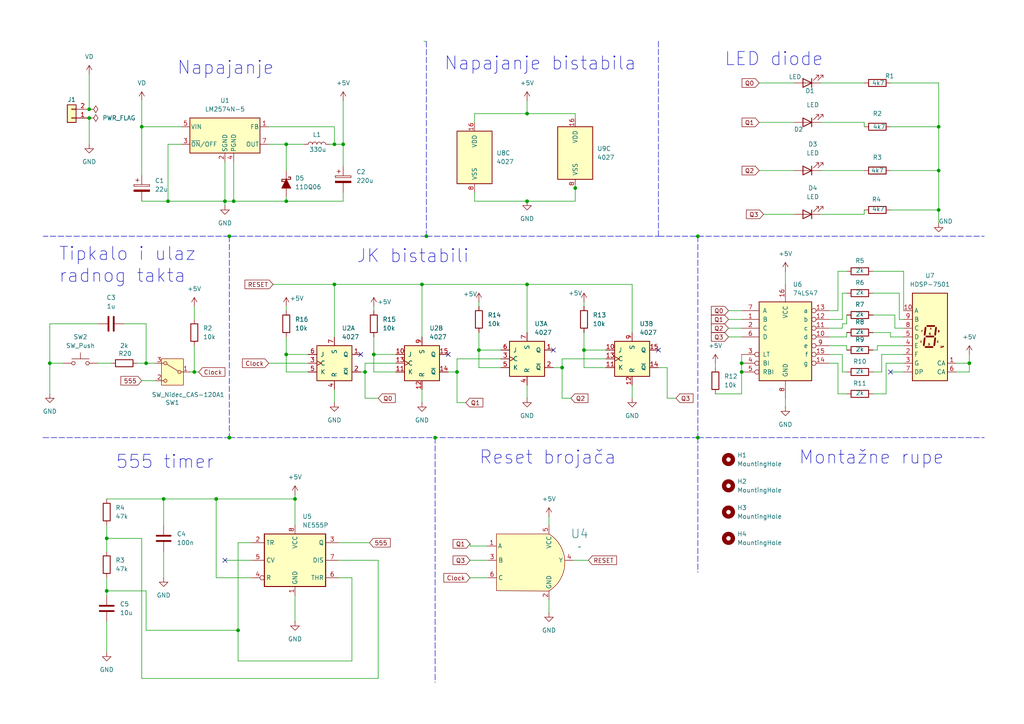
<source format=kicad_sch>
(kicad_sch (version 20250114) (generator "eeschema") (generator_version "9.0")
  (paper "A4")
  (junction (at 85.5631 144.7166))
  (junction (at 67.7831 58.3566))
  (junction (at 281.1431 105.3466))
  (junction (at 163.0331 106.6166))
  (junction (at 48.7331 58.3566))
  (junction (at 215.1031 105.3466))
  (junction (at 25.8731 31.6866))
  (junction (at 272.2531 60.8966))
  (junction (at 169.3831 101.5366))
  (junction (at 126.2031 126.9366))
  (junction (at 272.2531 49.4666))
  (junction (at 83.0231 41.8466))
  (junction (at 99.5331 41.8466))
  (junction (at 65.2431 58.3566))
  (junction (at 56.3531 107.8866))
  (junction (at 166.8431 54.5466))
  (junction (at 83.0231 102.8066))
  (junction (at 66.5131 126.9261))
  (junction (at 152.8731 58.3566))
  (junction (at 105.8831 107.8866))
  (junction (at 152.8731 32.9566))
  (junction (at 66.5131 68.5166))
  (junction (at 123.6631 68.5166))
  (junction (at 108.4231 102.8066))
  (junction (at 30.9531 171.3866))
  (junction (at 66.5131 126.9366))
  (junction (at 152.8731 82.4866))
  (junction (at 202.4031 126.9366))
  (junction (at 25.8731 34.2266))
  (junction (at 215.1031 107.8866))
  (junction (at 96.9931 82.4866))
  (junction (at 272.2531 36.7666))
  (junction (at 14.4431 105.3466))
  (junction (at 122.3931 82.4866))
  (junction (at 96.9931 41.8466))
  (junction (at 138.9031 101.5366))
  (junction (at 83.0231 58.3566))
  (junction (at 30.9531 156.1466))
  (junction (at 202.4031 68.5166))
  (junction (at 62.7031 144.7166))
  (junction (at 69.0531 182.8166))
  (junction (at 42.3831 105.3466))
  (junction (at 132.5531 107.8866))
  (junction (at 47.4631 144.7166))
  (junction (at 41.1131 36.7666))
  (no_connect (at 104.6131 102.8066))
  (no_connect (at 160.4931 101.5366))
  (no_connect (at 190.9731 101.5366))
  (no_connect (at 130.0131 102.8066))
  (no_connect (at 258.2831 107.8866))
  (no_connect (at 65.2431 162.4966))
  (wire (pts (xy 72.8631 167.5766) (xy 62.7031 167.5766)))
  (wire (pts (xy 259.5531 95.1866) (xy 262.0931 95.1866)))
  (wire (pts (xy 227.8031 115.5066) (xy 227.8031 118.0466)))
  (wire (pts (xy 108.4231 107.8866) (xy 108.4231 102.8066)))
  (wire (pts (xy 169.3831 101.5366) (xy 169.3831 96.4566)))
  (wire (pts (xy 14.4431 93.9166) (xy 14.4431 105.3466)))
  (wire (pts (xy 137.6331 58.3566) (xy 152.8731 58.3566)))
  (wire (pts (xy 190.9731 68.5166) (xy 202.4031 68.5166)) (stroke (width 0) (type dash) (color 0 0 194 1)))
  (wire (pts (xy 258.2831 96.4566) (xy 258.2831 97.7266)))
  (wire (pts (xy 245.5831 96.4566) (xy 245.5831 97.7266)))
  (wire (pts (xy 237.9631 35.4966) (xy 250.6631 35.4966)))
  (wire (pts (xy 96.9931 112.9666) (xy 96.9931 116.7766)))
  (wire (pts (xy 211.2931 95.1866) (xy 215.1031 95.1866)))
  (wire (pts (xy 89.3731 107.8866) (xy 83.0231 107.8866)))
  (wire (pts (xy 240.5031 95.1866) (xy 244.3131 95.1866)))
  (wire (pts (xy 243.0431 114.2366) (xy 245.5831 114.2366)))
  (wire (pts (xy 272.2531 49.4666) (xy 272.2531 60.8966)))
  (wire (pts (xy 220.1831 49.4666) (xy 230.3431 49.4666)))
  (wire (pts (xy 96.9931 41.8466) (xy 99.5331 41.8466)))
  (wire (pts (xy 67.7831 46.9266) (xy 67.7831 58.3566)))
  (wire (pts (xy 254.4731 100.2666) (xy 262.0931 100.2666)))
  (wire (pts (xy 202.4031 68.5166) (xy 285.4542 68.5166)) (stroke (width 0) (type dash) (color 0 0 194 1)))
  (wire (pts (xy 141.346 158.3722) (xy 136.3631 158.3722)))
  (wire (pts (xy 65.2431 46.9266) (xy 65.2431 58.3566)))
  (wire (pts (xy 102.0731 167.5766) (xy 102.0731 191.7066)))
  (wire (pts (xy 258.2831 36.7666) (xy 272.2531 36.7666)))
  (wire (pts (xy 258.2831 60.8966) (xy 272.2531 60.8966)))
  (wire (pts (xy 48.7331 41.8466) (xy 48.7331 58.3566)))
  (wire (pts (xy 243.0431 90.1066) (xy 243.0431 78.6766)))
  (wire (pts (xy 42.3831 105.3466) (xy 44.9231 105.3466)))
  (wire (pts (xy 114.7731 102.8066) (xy 108.4231 102.8066)))
  (wire (pts (xy 260.8231 85.0266) (xy 260.8231 92.6466)))
  (wire (pts (xy 166.8431 32.9566) (xy 166.8431 34.2266)))
  (wire (pts (xy 96.9931 82.4866) (xy 122.3931 82.4866)))
  (wire (pts (xy 190.9621 12.0226) (xy 190.9731 12.0226)) (stroke (width 0) (type dash) (color 0 0 194 1)))
  (wire (pts (xy 259.5531 91.3766) (xy 259.5531 95.1866)))
  (wire (pts (xy 202.4031 165.9143) (xy 202.4437 165.9143)) (stroke (width 0) (type dash) (color 0 0 194 1)))
  (wire (pts (xy 83.0231 102.8066) (xy 83.0231 97.7266)))
  (wire (pts (xy 69.0531 157.4166) (xy 72.8631 157.4166)))
  (wire (pts (xy 137.6331 58.3566) (xy 137.6331 55.8166)))
  (wire (pts (xy 126.2031 126.9366) (xy 126.2031 197.875)) (stroke (width 0) (type dash) (color 0 0 194 1)))
  (wire (pts (xy 175.7331 104.0766) (xy 163.0331 104.0766)))
  (wire (pts (xy 42.3831 93.9166) (xy 42.3831 105.3466)))
  (wire (pts (xy 89.3731 102.8066) (xy 83.0231 102.8066)))
  (wire (pts (xy 122.3931 82.4866) (xy 122.3931 97.7266)))
  (wire (pts (xy 220.1831 24.0666) (xy 230.3431 24.0666)))
  (wire (pts (xy 30.9531 152.3366) (xy 30.9531 156.1466)))
  (wire (pts (xy 30.9531 167.5766) (xy 30.9531 171.3866)))
  (wire (pts (xy 96.9931 36.7666) (xy 96.9931 41.8466)))
  (wire (pts (xy 240.5031 92.6466) (xy 244.3131 92.6466)))
  (wire (pts (xy 12.5279 68.5166) (xy 12.5279 68.5368)) (stroke (width 0) (type dash) (color 0 0 194 1)))
  (wire (pts (xy 190.9731 68.5166) (xy 190.9731 12.0226)) (stroke (width 0) (type dash) (color 0 0 194 1)))
  (wire (pts (xy 258.2831 24.0666) (xy 272.2531 24.0666)))
  (wire (pts (xy 253.2031 107.8866) (xy 255.7431 107.8866)))
  (wire (pts (xy 253.2031 91.3766) (xy 259.5531 91.3766)))
  (wire (pts (xy 285.4531 126.9163) (xy 285.4531 126.9366)) (stroke (width 0) (type dash) (color 0 0 194 1)))
  (wire (pts (xy 122.9198 12.0044) (xy 123.6631 12.0044)))
  (wire (pts (xy 77.9431 105.3466) (xy 89.3731 105.3466)))
  (wire (pts (xy 41.1131 29.1466) (xy 41.1131 36.7666)))
  (wire (pts (xy 105.8831 115.5066) (xy 109.6931 115.5066)))
  (wire (pts (xy 65.2431 162.4966) (xy 72.8631 162.4966)))
  (wire (pts (xy 66.5131 126.9366) (xy 126.2031 126.9366)) (stroke (width 0) (type dash) (color 0 0 194 1)))
  (wire (pts (xy 285.4542 68.5166) (xy 285.4542 68.5264)) (stroke (width 0) (type dash) (color 0 0 194 1)))
  (wire (pts (xy 244.3131 107.8866) (xy 245.5831 107.8866)))
  (wire (pts (xy 272.2531 24.0666) (xy 272.2531 36.7666)))
  (wire (pts (xy 202.4031 68.5166) (xy 202.4031 126.9366)) (stroke (width 0) (type dash) (color 0 0 194 1)))
  (wire (pts (xy 281.1431 105.3466) (xy 281.1431 102.8066)))
  (wire (pts (xy 41.1131 36.7666) (xy 52.5431 36.7666)))
  (wire (pts (xy 108.4231 88.8366) (xy 108.4231 90.1066)))
  (wire (pts (xy 255.7431 107.8866) (xy 255.7431 102.8066)))
  (wire (pts (xy 132.5531 116.7766) (xy 132.5531 107.8866)))
  (wire (pts (xy 145.2531 106.6166) (xy 138.9031 106.6166)))
  (wire (pts (xy 240.5031 102.8066) (xy 244.3131 102.8066)))
  (wire (pts (xy 272.2531 36.7666) (xy 272.2531 49.4666)))
  (wire (pts (xy 163.0331 104.0766) (xy 163.0331 106.6166)))
  (wire (pts (xy 169.3831 87.5666) (xy 169.3831 88.8366)))
  (wire (pts (xy 244.3131 93.9166) (xy 245.5831 93.9166)))
  (wire (pts (xy 253.2031 114.2366) (xy 257.0131 114.2366)))
  (wire (pts (xy 108.4231 102.8066) (xy 108.4231 97.7266)))
  (wire (pts (xy 114.7731 107.8866) (xy 108.4231 107.8866)))
  (wire (pts (xy 166.8431 58.3566) (xy 152.8731 58.3566)))
  (wire (pts (xy 47.4631 144.7166) (xy 62.7031 144.7166)))
  (wire (pts (xy 126.2031 197.875) (xy 126.2414 197.875)) (stroke (width 0) (type dash) (color 0 0 194 1)))
  (wire (pts (xy 109.6931 162.4966) (xy 109.6931 196.7866)))
  (wire (pts (xy 56.3531 100.2666) (xy 56.3531 107.8866)))
  (wire (pts (xy 66.5131 126.9261) (xy 66.524 126.9261)) (stroke (width 0) (type dash) (color 0 0 194 1)))
  (wire (pts (xy 12.5186 126.9366) (xy 66.5131 126.9366)) (stroke (width 0) (type dash) (color 0 0 194 1)))
  (wire (pts (xy 12.5186 126.9366) (xy 12.5186 126.9464)) (stroke (width 0) (type dash) (color 0 0 194 1)))
  (wire (pts (xy 220.1831 35.4966) (xy 230.3431 35.4966)))
  (wire (pts (xy 137.6331 32.9566) (xy 152.8731 32.9566)))
  (wire (pts (xy 169.3831 106.6166) (xy 169.3831 101.5366)))
  (wire (pts (xy 159.2231 149.7966) (xy 159.2231 152.3366)))
  (wire (pts (xy 163.0331 115.5066) (xy 163.0331 106.6166)))
  (wire (pts (xy 175.7331 101.5366) (xy 169.3831 101.5366)))
  (wire (pts (xy 85.5631 172.6566) (xy 85.5631 180.2766)))
  (wire (pts (xy 122.3931 82.4866) (xy 152.8731 82.4866)))
  (wire (pts (xy 41.1131 36.7666) (xy 41.1131 50.7366)))
  (wire (pts (xy 255.7431 102.8066) (xy 262.0931 102.8066)))
  (wire (pts (xy 152.8731 82.4866) (xy 183.3531 82.4866)))
  (wire (pts (xy 207.4831 114.2366) (xy 215.1031 114.2366)))
  (wire (pts (xy 36.0331 93.9166) (xy 42.3831 93.9166)))
  (wire (pts (xy 25.8731 34.2266) (xy 25.8731 41.8466)))
  (wire (pts (xy 136.3631 167.5766) (xy 141.4431 167.5766)))
  (wire (pts (xy 175.7331 106.6166) (xy 169.3831 106.6166)))
  (wire (pts (xy 42.3831 182.8166) (xy 69.0531 182.8166)))
  (wire (pts (xy 244.3131 85.0266) (xy 245.5831 85.0266)))
  (wire (pts (xy 98.2631 157.4166) (xy 107.1531 157.4166)))
  (wire (pts (xy 69.0531 157.4166) (xy 69.0531 182.8166)))
  (wire (pts (xy 47.4631 144.7166) (xy 47.4631 152.3366)))
  (wire (pts (xy 109.6931 196.7866) (xy 41.1131 196.7866)))
  (wire (pts (xy 132.5531 104.0766) (xy 132.5531 107.8866)))
  (wire (pts (xy 277.3331 105.3466) (xy 281.1431 105.3466)))
  (wire (pts (xy 65.2431 59.6266) (xy 65.2431 58.3566)))
  (wire (pts (xy 253.2031 85.0266) (xy 260.8231 85.0266)))
  (wire (pts (xy 41.1131 58.3566) (xy 48.7331 58.3566)))
  (wire (pts (xy 207.4831 105.3466) (xy 207.4831 106.6166)))
  (wire (pts (xy 244.3131 95.1866) (xy 244.3131 93.9166)))
  (wire (pts (xy 56.3531 88.8366) (xy 56.3531 92.6466)))
  (wire (pts (xy 83.0231 41.8466) (xy 88.1031 41.8466)))
  (wire (pts (xy 145.2531 104.0766) (xy 132.5531 104.0766)))
  (wire (pts (xy 196.0531 115.5066) (xy 193.5131 115.5066)))
  (wire (pts (xy 104.6131 107.8866) (xy 105.8831 107.8866)))
  (wire (pts (xy 83.0231 88.8366) (xy 83.0231 90.1066)))
  (wire (pts (xy 281.1431 107.8866) (xy 281.1431 105.3466)))
  (wire (pts (xy 66.5131 68.5166) (xy 66.5131 126.9261)) (stroke (width 0) (type dash) (color 0 0 194 1)))
  (wire (pts (xy 211.2931 90.1066) (xy 215.1031 90.1066)))
  (wire (pts (xy 250.6631 62.1666) (xy 250.6631 60.8966)))
  (wire (pts (xy 245.5831 100.2666) (xy 245.5831 101.5366)))
  (wire (pts (xy 240.5031 105.3466) (xy 243.0431 105.3466)))
  (wire (pts (xy 123.6631 12.0044) (xy 123.6631 68.5166)) (stroke (width 0) (type dash) (color 0 0 194 1)))
  (wire (pts (xy 193.5131 106.6166) (xy 190.9731 106.6166)))
  (wire (pts (xy 105.8831 105.3466) (xy 105.8831 107.8866)))
  (wire (pts (xy 55.0831 107.8866) (xy 56.3531 107.8866)))
  (wire (pts (xy 62.7031 144.7166) (xy 85.5631 144.7166)))
  (wire (pts (xy 30.9531 156.1466) (xy 30.9531 159.9566)))
  (wire (pts (xy 30.9531 180.2766) (xy 30.9531 189.1666)))
  (wire (pts (xy 272.2531 60.8966) (xy 272.2531 64.7066)))
  (wire (pts (xy 98.2631 167.5766) (xy 102.0731 167.5766)))
  (wire (pts (xy 66.5131 68.5166) (xy 12.5279 68.5166)) (stroke (width 0) (type dash) (color 0 0 194 1)))
  (wire (pts (xy 152.8731 111.6966) (xy 152.8731 115.5066)))
  (wire (pts (xy 253.2031 101.5366) (xy 254.4731 101.5366)))
  (wire (pts (xy 83.0231 107.8866) (xy 83.0231 102.8066)))
  (wire (pts (xy 41.1131 110.4266) (xy 44.9231 110.4266)))
  (wire (pts (xy 85.5631 143.4466) (xy 85.5631 144.7166)))
  (wire (pts (xy 202.4031 126.9366) (xy 285.4531 126.9366)) (stroke (width 0) (type dash) (color 0 0 194 1)))
  (wire (pts (xy 243.0431 105.3466) (xy 243.0431 114.2366)))
  (wire (pts (xy 41.1131 156.1466) (xy 41.1131 196.7866)))
  (wire (pts (xy 240.5031 97.7266) (xy 245.5831 97.7266)))
  (wire (pts (xy 193.5131 115.5066) (xy 193.5131 106.6166)))
  (wire (pts (xy 138.9031 87.5666) (xy 138.9031 88.8366)))
  (wire (pts (xy 56.3531 107.8866) (xy 57.6231 107.8866)))
  (wire (pts (xy 215.1031 105.3466) (xy 215.1031 107.8866)))
  (wire (pts (xy 123.6631 68.5166) (xy 66.5131 68.5166)) (stroke (width 0) (type dash) (color 0 0 194 1)))
  (wire (pts (xy 114.7731 105.3466) (xy 105.8831 105.3466)))
  (wire (pts (xy 95.7231 41.8466) (xy 96.9931 41.8466)))
  (wire (pts (xy 28.4131 93.9166) (xy 14.4431 93.9166)))
  (wire (pts (xy 258.2831 49.4666) (xy 272.2531 49.4666)))
  (wire (pts (xy 211.2931 92.6466) (xy 215.1031 92.6466)))
  (wire (pts (xy 41.1131 156.1466) (xy 30.9531 156.1466)))
  (wire (pts (xy 123.6631 68.5166) (xy 190.9204 68.5166)) (stroke (width 0) (type dash) (color 0 0 194 1)))
  (wire (pts (xy 211.2931 97.7266) (xy 215.1031 97.7266)))
  (wire (pts (xy 99.5331 55.8166) (xy 99.5331 58.3566)))
  (wire (pts (xy 215.1031 102.8066) (xy 215.1031 105.3466)))
  (wire (pts (xy 122.3931 112.9666) (xy 122.3931 116.7766)))
  (wire (pts (xy 244.3131 92.6466) (xy 244.3131 85.0266)))
  (wire (pts (xy 30.9531 171.3866) (xy 30.9531 172.6566)))
  (wire (pts (xy 132.5531 107.8866) (xy 130.0131 107.8866)))
  (wire (pts (xy 237.9631 49.4666) (xy 250.6631 49.4666)))
  (wire (pts (xy 244.3131 102.8066) (xy 244.3131 107.8866)))
  (wire (pts (xy 85.5631 144.7166) (xy 85.5631 152.3366)))
  (wire (pts (xy 240.5031 90.1066) (xy 243.0431 90.1066)))
  (wire (pts (xy 136.3631 162.4966) (xy 141.4431 162.4966)))
  (wire (pts (xy 163.0331 106.6166) (xy 160.4931 106.6166)))
  (wire (pts (xy 102.0731 191.7066) (xy 69.0531 191.7066)))
  (wire (pts (xy 14.4431 105.3466) (xy 14.4431 114.2366)))
  (wire (pts (xy 66.5131 126.9261) (xy 66.5131 126.9366)) (stroke (width 0) (type dash) (color 0 0 194 1)))
  (wire (pts (xy 221.4531 62.1666) (xy 230.3431 62.1666)))
  (wire (pts (xy 245.5831 93.9166) (xy 245.5831 91.3766)))
  (wire (pts (xy 77.9431 36.7666) (xy 96.9931 36.7666)))
  (wire (pts (xy 25.8731 21.5266) (xy 25.8731 31.6866)))
  (wire (pts (xy 83.0231 49.4666) (xy 83.0231 41.8466)))
  (wire (pts (xy 202.4031 126.9366) (xy 202.4031 165.9143)) (stroke (width 0) (type dash) (color 0 0 194 1)))
  (wire (pts (xy 262.0931 78.6766) (xy 262.0931 90.1066)))
  (wire (pts (xy 18.2531 105.3466) (xy 14.4431 105.3466)))
  (wire (pts (xy 62.7031 144.7166) (xy 62.7031 167.5766)))
  (wire (pts (xy 79.2131 82.4866) (xy 96.9931 82.4866)))
  (wire (pts (xy 39.8431 105.3466) (xy 42.3831 105.3466)))
  (wire (pts (xy 138.9031 106.6166) (xy 138.9031 101.5366)))
  (wire (pts (xy 258.2831 97.7266) (xy 262.0931 97.7266)))
  (wire (pts (xy 165.5731 115.5066) (xy 163.0331 115.5066)))
  (wire (pts (xy 227.8031 78.6766) (xy 227.8031 82.4866)))
  (wire (pts (xy 257.0131 114.2366) (xy 257.0131 105.3466)))
  (wire (pts (xy 135.0931 116.7766) (xy 132.5531 116.7766)))
  (wire (pts (xy 30.9531 171.3866) (xy 42.3831 171.3866)))
  (wire (pts (xy 145.2531 101.5366) (xy 138.9031 101.5366)))
  (wire (pts (xy 99.5331 29.1466) (xy 99.5331 41.8466)))
  (wire (pts (xy 98.2631 162.4966) (xy 109.6931 162.4966)))
  (wire (pts (xy 277.3331 107.8866) (xy 281.1431 107.8866)))
  (wire (pts (xy 183.3531 96.4566) (xy 183.3531 82.4866)))
  (wire (pts (xy 52.5431 41.8466) (xy 48.7331 41.8466)))
  (wire (pts (xy 253.2031 78.6766) (xy 262.0931 78.6766)))
  (wire (pts (xy 166.8431 32.9566) (xy 152.8731 32.9566)))
  (wire (pts (xy 99.5331 58.3566) (xy 83.0231 58.3566)))
  (wire (pts (xy 99.5331 41.8466) (xy 99.5331 48.1966)))
  (wire (pts (xy 253.2031 96.4566) (xy 258.2831 96.4566)))
  (wire (pts (xy 30.9531 144.7166) (xy 47.4631 144.7166)))
  (wire (pts (xy 138.9031 101.5366) (xy 138.9031 96.4566)))
  (wire (pts (xy 215.1031 107.8866) (xy 215.1031 114.2366)))
  (wire (pts (xy 243.0431 78.6766) (xy 245.5831 78.6766)))
  (wire (pts (xy 83.0231 41.8466) (xy 77.9431 41.8466)))
  (wire (pts (xy 237.9631 24.0666) (xy 250.6631 24.0666)))
  (wire (pts (xy 258.2831 107.8866) (xy 262.0931 107.8866)))
  (wire (pts (xy 83.0231 58.3566) (xy 83.0231 57.0866)))
  (wire (pts (xy 69.0531 191.7066) (xy 69.0531 182.8166)))
  (wire (pts (xy 152.8731 82.4866) (xy 152.8731 96.4566)))
  (wire (pts (xy 254.4731 101.5366) (xy 254.4731 100.2666)))
  (wire (pts (xy 65.2431 58.3566) (xy 67.7831 58.3566)))
  (wire (pts (xy 67.7831 58.3566) (xy 83.0231 58.3566)))
  (wire (pts (xy 250.6631 35.4966) (xy 250.6631 36.7666)))
  (wire (pts (xy 166.3661 162.4966) (xy 170.6531 162.4966)))
  (wire (pts (xy 96.9931 82.4866) (xy 96.9931 97.7266)))
  (wire (pts (xy 166.8431 54.5466) (xy 166.8431 58.3566)))
  (wire (pts (xy 260.8231 92.6466) (xy 262.0931 92.6466)))
  (wire (pts (xy 47.4631 159.9566) (xy 47.4631 167.5766)))
  (wire (pts (xy 105.8831 107.8866) (xy 105.8831 115.5066)))
  (wire (pts (xy 183.3531 111.6966) (xy 183.3531 115.5066)))
  (wire (pts (xy 202.4031 126.9366) (xy 126.2031 126.9366)) (stroke (width 0) (type dash) (color 0 0 194 1)))
  (wire (pts (xy 237.9631 62.1666) (xy 250.6631 62.1666)))
  (wire (pts (xy 166.8431 53.2766) (xy 166.8431 54.5466)))
  (wire (pts (xy 28.4131 105.3466) (xy 32.2231 105.3466)))
  (wire (pts (xy 159.2231 173.9266) (xy 159.2231 177.7366)))
  (wire (pts (xy 42.3831 171.3866) (xy 42.3831 182.8166)))
  (wire (pts (xy 152.8731 32.9566) (xy 152.8731 29.1466)))
  (wire (pts (xy 240.5031 100.2666) (xy 245.5831 100.2666)))
  (wire (pts (xy 137.6331 32.9566) (xy 137.6331 35.4966)))
  (wire (pts (xy 257.0131 105.3466) (xy 262.0931 105.3466)))
  (wire (pts (xy 48.7331 58.3566) (xy 65.2431 58.3566)))
  (wire (pts (xy 136.3631 158.3722) (xy 136.3631 157.731)))
  (label "Reset brojača" (at 138.9031 135.8266 0) (effects (font (size 3.81 3.81))))
  (label "JK bistabili" (at 103.3431 77.4066 0) (effects (font (size 3.81 3.81))))
  (label "LED diode" (at 210.0231 20.2566 0) (effects (font (size 3.81 3.81))))
  (label "Montažne rupe" (at 231.6131 135.8266 0) (effects (font (size 3.81 3.81))))
  (label "Napajanje bistabila" (at 128.7431 21.5266 0) (effects (font (size 3.81 3.81))))
  (label "Tipkalo i ulaz" (at 16.9831 72.3266 0) (effects (font (size 3.81 3.81))))
  (label "555 timer" (at 33.4931 137.0966 0) (effects (font (size 3.81 3.81))))
  (label "radnog takta" (at 16.9831 78.6766 0) (effects (font (size 3.81 3.81))))
  (label "Napajanje" (at 51.2731 22.7966 0) (effects (font (size 3.81 3.81))))
  (global_label "Q3" (shape input) (at 221.4531 62.1666 180) (property "Intersheetrefs" "${INTERSHEET_REFS}" (effects (hide yes))))
  (global_label "Q1" (shape input) (at 220.1831 35.4966 180) (property "Intersheetrefs" "${INTERSHEET_REFS}" (effects (hide yes))))
  (global_label "555" (shape input) (at 107.1531 157.4166 0) (property "Intersheetrefs" "${INTERSHEET_REFS}" (effects (hide yes))))
  (global_label "Q1" (shape input) (at 211.2931 92.6466 180) (property "Intersheetrefs" "${INTERSHEET_REFS}" (effects (hide yes))))
  (global_label "Q0" (shape input) (at 220.1831 24.0666 180) (property "Intersheetrefs" "${INTERSHEET_REFS}" (effects (hide yes))))
  (global_label "Clock" (shape input) (at 136.3631 167.5766 180) (property "Intersheetrefs" "${INTERSHEET_REFS}" (effects (hide yes))))
  (global_label "Q3" (shape input) (at 136.3631 162.4966 180) (property "Intersheetrefs" "${INTERSHEET_REFS}" (effects (hide yes))))
  (global_label "Q3" (shape input) (at 211.2931 97.7266 180) (property "Intersheetrefs" "${INTERSHEET_REFS}" (effects (hide yes))))
  (global_label "Clock" (shape input) (at 57.6231 107.8866 0) (property "Intersheetrefs" "${INTERSHEET_REFS}" (effects (hide yes))))
  (global_label "RESET" (shape input) (at 170.6531 162.4966 0) (property "Intersheetrefs" "${INTERSHEET_REFS}" (effects (hide yes))))
  (global_label "Q3" (shape input) (at 196.0531 115.5066 0) (property "Intersheetrefs" "${INTERSHEET_REFS}" (effects (hide yes))))
  (global_label "Q2" (shape input) (at 211.2931 95.1866 180) (property "Intersheetrefs" "${INTERSHEET_REFS}" (effects (hide yes))))
  (global_label "Q2" (shape input) (at 165.5731 115.5066 0) (property "Intersheetrefs" "${INTERSHEET_REFS}" (effects (hide yes))))
  (global_label "Clock" (shape input) (at 77.9431 105.3466 180) (property "Intersheetrefs" "${INTERSHEET_REFS}" (effects (hide yes))))
  (global_label "RESET" (shape input) (at 79.2131 82.4866 180) (property "Intersheetrefs" "${INTERSHEET_REFS}" (effects (hide yes))))
  (global_label "Q1" (shape input) (at 136.3631 157.731 180) (property "Intersheetrefs" "${INTERSHEET_REFS}" (effects (hide yes))))
  (global_label "Q0" (shape input) (at 211.2931 90.1066 180) (property "Intersheetrefs" "${INTERSHEET_REFS}" (effects (hide yes))))
  (global_label "Q1" (shape input) (at 135.0931 116.7766 0) (property "Intersheetrefs" "${INTERSHEET_REFS}" (effects (hide yes))))
  (global_label "Q2" (shape input) (at 220.1831 49.4666 180) (property "Intersheetrefs" "${INTERSHEET_REFS}" (effects (hide yes))))
  (global_label "555" (shape input) (at 41.1131 110.4266 180) (property "Intersheetrefs" "${INTERSHEET_REFS}" (effects (hide yes))))
  (global_label "Q0" (shape input) (at 109.6931 115.5066 0) (property "Intersheetrefs" "${INTERSHEET_REFS}" (effects (hide yes))))
  (symbol (lib_id "4xxx:4027") (at 183.3531 104.0766 0) (unit 2)
    (property "Reference" "U3" (at 185.4964 93.9166 0) (effects (justify left)))
    (property "Value" "4027" (at 185.4964 96.4566 0) (effects (justify left)))
    (property "Datasheet" "http://www.intersil.com/content/dam/Intersil/documents/cd40/cd4027bms.pdf" (effects (hide yes)))
    (property "Description" "Dual JK FlipFlop, set & reset" (effects (hide yes)))
  )
  (symbol (lib_id "power:+5V") (at 207.4831 105.3466 0) (unit 1)
    (property "Reference" "#PWR017" (effects (hide yes)))
    (property "Value" "+5V" (at 207.4831 100.2666 0))
    (property "Description" "Power symbol creates a global label with name \"+5V\"" (effects (hide yes)))
  )
  (symbol (lib_id "Device:R") (at 36.0331 105.3466 90) (unit 1)
    (property "Reference" "R20" (at 36.2871 102.5526 90))
    (property "Value" "2k" (at 36.0331 100.2666 90))
    (property "Footprint" "Resistor_SMD:R_1206_3216Metric_Pad1.30x1.75mm_HandSolder" (effects (hide yes)))
    (property "Description" "1206S4F2001T5E" (effects (hide yes)))
  )
  (symbol (lib_id "Device:C") (at 30.9531 176.4666 0) (unit 1)
    (property "Reference" "C5" (at 34.7631 175.1965 0) (effects (justify left)))
    (property "Value" "10u" (at 34.7631 177.7365 0) (effects (justify left)))
    (property "Footprint" "Capacitor_SMD:C_1206_3216Metric_Pad1.33x1.80mm_HandSolder" (effects (hide yes)))
    (property "Description" "CL31A106KBHNNNE" (effects (hide yes)))
  )
  (symbol (lib_id "Device:R") (at 83.0231 93.9166 0) (unit 1)
    (property "Reference" "R16" (at 85.5631 92.6465 0) (effects (justify left)))
    (property "Value" "10k" (at 85.5631 95.1865 0) (effects (justify left)))
    (property "Footprint" "Resistor_SMD:R_1206_3216Metric_Pad1.30x1.75mm_HandSolder" (effects (hide yes)))
    (property "Description" "Resistor" (effects (hide yes)))
  )
  (symbol (lib_id "Device:R") (at 254.4731 36.7666 90) (unit 1)
    (property "Reference" "4k7" (at 254.9811 36.7666 90))
    (property "Value" "R2" (at 254.4731 32.9566 90))
    (property "Footprint" "Resistor_THT:R_Axial_DIN0207_L6.3mm_D2.5mm_P10.16mm_Horizontal" (effects (hide yes)))
    (property "Description" "Resistor" (effects (hide yes)))
  )
  (symbol (lib_id "power:GND") (at 152.8731 115.5066 0) (unit 1)
    (property "Reference" "#PWR021" (effects (hide yes)))
    (property "Value" "GND" (at 152.8731 120.5866 0))
    (property "Description" "Power symbol creates a global label with name \"GND\" , ground" (effects (hide yes)))
  )
  (symbol (lib_id "Device:R") (at 169.3831 92.6466 0) (unit 1)
    (property "Reference" "R13" (at 171.9231 91.3765 0) (effects (justify left)))
    (property "Value" "10k" (at 171.9231 93.9165 0) (effects (justify left)))
    (property "Footprint" "Resistor_SMD:R_1206_3216Metric_Pad1.30x1.75mm_HandSolder" (effects (hide yes)))
    (property "Description" "Resistor" (effects (hide yes)))
  )
  (symbol (lib_id "Device:LED") (at 234.1531 24.0666 180) (unit 1)
    (property "Reference" "D1" (at 234.9151 26.3526 0))
    (property "Value" "LED" (at 230.5971 22.2886 0))
    (property "Footprint" "LED_THT:LED_D5.0mm" (effects (hide yes)))
    (property "Description" "Light emitting diode" (effects (hide yes)))
    (property "Sim.Pins" "1=K 2=A" (effects (hide yes)))
  )
  (symbol (lib_id "Device:C_Polarized") (at 41.1131 54.5466 0) (unit 1)
    (property "Reference" "C1" (at 44.9231 52.3875 0) (effects (justify left)))
    (property "Value" "22u" (at 44.9231 54.9275 0) (effects (justify left)))
    (property "Footprint" "Capacitor_THT:CP_Radial_D5.0mm_P2.00mm" (effects (hide yes)))
    (property "Description" "EWH1EM220D11OT" (effects (hide yes)))
  )
  (symbol (lib_id "Device:R") (at 207.4831 110.4266 180) (unit 1)
    (property "Reference" "R12" (at 210.0231 109.1565 0) (effects (justify right)))
    (property "Value" "10k" (at 210.0231 111.6965 0) (effects (justify right)))
    (property "Description" "Resistor" (effects (hide yes)))
  )
  (symbol (lib_id "power:+5V") (at 169.3831 87.5666 0) (unit 1)
    (property "Reference" "#PWR019" (effects (hide yes)))
    (property "Value" "+5V" (at 166.8431 85.0266 0))
    (property "Description" "Power symbol creates a global label with name \"+5V\"" (effects (hide yes)))
  )
  (symbol (lib_id "Device:L") (at 91.9131 41.8466 90) (unit 1)
    (property "Reference" "L1" (at 91.9131 39.0526 90))
    (property "Value" "330u" (at 92.1671 43.3706 90))
    (property "Footprint" "Inductor_THT:L_Radial_D7.2mm_P3.00mm_Murata_1700" (effects (hide yes)))
    (property "Description" "COIL0608-0.33" (effects (hide yes)))
  )
  (symbol (lib_id "SN74LVC1611:SN74LVC1611") (at 159.2231 162.4966 0) (unit 1)
    (property "Reference" "U4" (at 168.1131 154.8064 0) (effects (font (size 2.54 2.54))))
    (property "Value" "~" (at 168.1131 158.6164 0))
    (property "Footprint" "Package_TO_SOT_SMD:SOT-23-6" (effects (hide yes)))
    (property "Description" "SN74LVC1G11DBVR" (effects (hide yes)))
  )
  (symbol (lib_id "Device:LED") (at 234.1531 62.1666 180) (unit 1)
    (property "Reference" "D4" (at 235.7406 54.5466 0))
    (property "Value" "LED" (at 235.7406 57.0866 0))
    (property "Footprint" "LED_THT:LED_D5.0mm" (effects (hide yes)))
    (property "Description" "Light emitting diode" (effects (hide yes)))
    (property "Sim.Pins" "1=K 2=A" (effects (hide yes)))
  )
  (symbol (lib_id "power:+5V") (at 281.1431 102.8066 0) (unit 1)
    (property "Reference" "#PWR014" (effects (hide yes)))
    (property "Value" "+5V" (at 281.1431 97.7266 0))
    (property "Description" "Power symbol creates a global label with name \"+5V\"" (effects (hide yes)))
  )
  (symbol (lib_id "Device:C") (at 47.4631 156.1466 0) (unit 1)
    (property "Reference" "C4" (at 51.2731 154.8765 0) (effects (justify left)))
    (property "Value" "100n" (at 51.2731 157.4165 0) (effects (justify left)))
    (property "Footprint" "Capacitor_SMD:C_1206_3216Metric_Pad1.33x1.80mm_HandSolder" (effects (hide yes)))
    (property "Description" "CL31B104KBCNNNC" (effects (hide yes)))
  )
  (symbol (lib_id "power:GND") (at 96.9931 116.7766 0) (unit 1)
    (property "Reference" "#PWR025" (effects (hide yes)))
    (property "Value" "GND" (at 96.9931 121.8566 0))
    (property "Description" "Power symbol creates a global label with name \"GND\" , ground" (effects (hide yes)))
  )
  (symbol (lib_id "power:+5V") (at 152.8731 29.1466 0) (unit 1)
    (property "Reference" "#PWR04" (effects (hide yes)))
    (property "Value" "+5V" (at 152.8731 24.0666 0))
    (property "Description" "Power symbol creates a global label with name \"+5V\"" (effects (hide yes)))
  )
  (symbol (lib_id "Device:R") (at 254.4731 24.0666 90) (unit 1)
    (property "Reference" "R1" (at 258.0291 22.0346 90))
    (property "Value" "4k7" (at 254.7271 24.0666 90))
    (property "Footprint" "Resistor_THT:R_Axial_DIN0207_L6.3mm_D2.5mm_P10.16mm_Horizontal" (effects (hide yes)))
    (property "Description" "Resistor" (effects (hide yes)))
  )
  (symbol (lib_id "power:GND") (at 14.4431 114.2366 0) (unit 1)
    (property "Reference" "#PWR09" (effects (hide yes)))
    (property "Value" "GND" (at 14.4431 119.3166 0))
    (property "Description" "Power symbol creates a global label with name \"GND\" , ground" (effects (hide yes)))
  )
  (symbol (lib_id "Device:C_Polarized") (at 99.5331 52.0066 0) (unit 1)
    (property "Reference" "C2" (at 103.3431 49.8475 0) (effects (justify left)))
    (property "Value" "220u" (at 103.3431 52.3875 0) (effects (justify left)))
    (property "Footprint" "Capacitor_THT:CP_Radial_D5.0mm_P2.00mm" (effects (hide yes)))
    (property "Description" "RD1A227M05011BB" (effects (hide yes)))
  )
  (symbol (lib_id "Connector_Generic:Conn_01x02") (at 20.7931 34.2266 180) (unit 1)
    (property "Reference" "J1" (at 20.7931 28.8926 0))
    (property "Value" "Conn_01x02" (effects (hide yes)))
    (property "Footprint" "TerminalBlock_MetzConnect:TerminalBlock_MetzConnect_Type011_RT05502HBLC_1x02_P5.00mm_Horizontal" (effects (hide yes)))
    (property "Description" "DG301-5.0-02P-12-00A(H)" (effects (hide yes)))
  )
  (symbol (lib_id "Display_Character:HDSP-7501") (at 269.7131 97.7266 0) (unit 1)
    (property "Reference" "U7" (at 269.7131 79.9466 0))
    (property "Value" "HDSP-7501" (at 269.7131 82.4866 0))
    (property "Footprint" "Display_7Segment:HDSP-7401" (effects (hide yes)))
    (property "Datasheet" "https://docs.broadcom.com/docs/AV02-2553EN" (effects (hide yes)))
    (property "Description" "FYS-3911BUHR-21" (effects (hide yes)))
  )
  (symbol (lib_id "power:+5V") (at 56.3531 88.8366 0) (unit 1)
    (property "Reference" "#PWR026" (effects (hide yes)))
    (property "Value" "+5V" (at 56.3531 83.7566 0))
    (property "Description" "Power symbol creates a global label with name \"+5V\"" (effects (hide yes)))
  )
  (symbol (lib_id "power:PWR_FLAG") (at 25.8731 34.2266 270) (unit 1)
    (property "Reference" "#FLG02" (effects (hide yes)))
    (property "Value" "PWR_FLAG" (at 29.6831 34.2265 90) (effects (justify left)))
    (property "Description" "Special symbol for telling ERC where power comes from" (effects (hide yes)))
  )
  (symbol (lib_id "4xxx:4027") (at 166.8431 44.3866 0) (unit 3)
    (property "Reference" "U9" (at 173.1931 43.1165 0) (effects (justify left)))
    (property "Value" "4027" (at 173.1931 45.6565 0) (effects (justify left)))
    (property "Footprint" "Package_DIP:DIP-16_W7.62mm_Socket_LongPads" (effects (hide yes)))
    (property "Datasheet" "http://www.intersil.com/content/dam/Intersil/documents/cd40/cd4027bms.pdf" (effects (hide yes)))
    (property "Description" "CD4027BMS" (effects (hide yes)))
  )
  (symbol (lib_id "Mechanical:MountingHole") (at 211.2931 156.1466 0) (unit 1) (in_bom no)
    (property "Reference" "H4" (at 213.8331 154.8765 0) (effects (justify left)))
    (property "Value" "MountingHole" (at 213.8331 157.4165 0) (effects (justify left)))
    (property "Footprint" "MountingHole:MountingHole_5.5mm" (effects (hide yes)))
    (property "Description" "Mounting Hole without connection" (effects (hide yes)))
  )
  (symbol (lib_id "74xx:74LS47") (at 227.8031 97.7266 0) (unit 1)
    (property "Reference" "U6" (at 229.9464 82.4866 0) (effects (justify left)))
    (property "Value" "74LS47" (at 229.9464 85.0266 0) (effects (justify left)))
    (property "Footprint" "Package_DIP:DIP-16_W7.62mm_Socket_LongPads" (effects (hide yes)))
    (property "Datasheet" "http://www.ti.com/lit/gpn/sn74LS47" (effects (hide yes)))
    (property "Description" "SN74LS47N" (effects (hide yes)))
  )
  (symbol (lib_id "power:GND") (at 227.8031 118.0466 0) (unit 1)
    (property "Reference" "#PWR016" (effects (hide yes)))
    (property "Value" "GND" (at 227.8031 123.1266 0))
    (property "Description" "Power symbol creates a global label with name \"GND\" , ground" (effects (hide yes)))
  )
  (symbol (lib_id "power:GND") (at 47.4631 167.5766 0) (unit 1)
    (property "Reference" "#PWR013" (effects (hide yes)))
    (property "Value" "GND" (at 47.4631 172.6566 0))
    (property "Description" "Power symbol creates a global label with name \"GND\" , ground" (effects (hide yes)))
  )
  (symbol (lib_id "Device:R") (at 249.3931 85.0266 90) (unit 1)
    (property "Reference" "R6" (at 249.3931 81.9786 90))
    (property "Value" "2k" (at 249.3931 84.7726 90))
    (property "Footprint" "Resistor_SMD:R_1206_3216Metric_Pad1.30x1.75mm_HandSolder" (effects (hide yes)))
    (property "Description" "1206S4F2001T5E" (effects (hide yes)))
  )
  (symbol (lib_id "Device:R") (at 249.3931 101.5366 90) (unit 1)
    (property "Reference" "R9" (at 249.3931 98.4886 90))
    (property "Value" "2k" (at 249.3931 101.2826 90))
    (property "Footprint" "Resistor_SMD:R_1206_3216Metric_Pad1.30x1.75mm_HandSolder" (effects (hide yes)))
    (property "Description" "1206S4F2001T5E" (effects (hide yes)))
  )
  (symbol (lib_id "power:+5V") (at 83.0231 88.8366 0) (unit 1)
    (property "Reference" "#PWR024" (effects (hide yes)))
    (property "Value" "+5V" (at 86.0711 86.5506 0))
    (property "Description" "Power symbol creates a global label with name \"+5V\"" (effects (hide yes)))
  )
  (symbol (lib_id "Switch:SW_Push") (at 23.3331 105.3466 0) (unit 1)
    (property "Reference" "SW2" (at 23.3331 97.7266 0))
    (property "Value" "SW_Push" (at 23.3331 100.2666 0))
    (property "Footprint" "Button_Switch_THT:SW_PUSH_6mm_H4.3mm" (effects (hide yes)))
    (property "Description" "TACT-64N-F" (effects (hide yes)))
  )
  (symbol (lib_id "power:PWR_FLAG") (at 25.8731 31.6866 270) (unit 1)
    (property "Reference" "#FLG01" (effects (hide yes)))
    (property "Value" "PWR_FLAG" (effects (hide yes)))
    (property "Description" "Special symbol for telling ERC where power comes from" (effects (hide yes)))
  )
  (symbol (lib_id "power:VD") (at 25.8731 21.5266 0) (unit 1)
    (property "Reference" "#PWR027" (effects (hide yes)))
    (property "Value" "VD" (at 25.8731 16.4466 0))
    (property "Description" "Power symbol creates a global label with name \"VD\"" (effects (hide yes)))
  )
  (symbol (lib_id "power:GND") (at 152.8731 58.3566 0) (unit 1)
    (property "Reference" "#PWR05" (effects (hide yes)))
    (property "Value" "GND" (at 152.8731 63.4366 0))
    (property "Description" "Power symbol creates a global label with name \"GND\" , ground" (effects (hide yes)))
  )
  (symbol (lib_id "Device:R") (at 249.3931 78.6766 90) (unit 1)
    (property "Reference" "R5" (at 249.3931 75.6286 90))
    (property "Value" "2k" (at 249.3931 78.4226 90))
    (property "Description" "1206S4F2001T5E" (effects (hide yes)))
  )
  (symbol (lib_id "Timer:NE555P") (at 85.5631 162.4966 0) (unit 1)
    (property "Reference" "U5" (at 87.7064 149.7966 0) (effects (justify left)))
    (property "Value" "NE555P" (at 87.7064 152.3366 0) (effects (justify left)))
    (property "Footprint" "Package_DIP:DIP-8_W7.62mm" (effects (hide yes)))
    (property "Datasheet" "http://www.ti.com/lit/ds/symlink/ne555.pdf" (effects (hide yes)))
    (property "Description" "NE555P" (effects (hide yes)))
  )
  (symbol (lib_id "power:GND") (at 30.9531 189.1666 0) (unit 1)
    (property "Reference" "#PWR011" (effects (hide yes)))
    (property "Value" "GND" (at 30.9531 194.2466 0))
    (property "Description" "Power symbol creates a global label with name \"GND\" , ground" (effects (hide yes)))
  )
  (symbol (lib_id "Mechanical:MountingHole") (at 211.2931 133.2866 0) (unit 1) (in_bom no)
    (property "Reference" "H1" (at 213.8331 132.0165 0) (effects (justify left)))
    (property "Value" "MountingHole" (at 213.8331 134.5565 0) (effects (justify left)))
    (property "Footprint" "MountingHole:MountingHole_5.5mm" (effects (hide yes)))
    (property "Description" "Mounting Hole without connection" (effects (hide yes)))
  )
  (symbol (lib_id "power:GND") (at 25.8731 41.8466 0) (unit 1)
    (property "Reference" "#PWR028" (effects (hide yes)))
    (property "Value" "GND" (at 25.8731 46.9266 0))
    (property "Description" "Power symbol creates a global label with name \"GND\" , ground" (effects (hide yes)))
  )
  (symbol (lib_id "Device:R") (at 138.9031 92.6466 0) (unit 1)
    (property "Reference" "R14" (at 141.4431 91.3765 0) (effects (justify left)))
    (property "Value" "10k" (at 141.4431 93.9165 0) (effects (justify left)))
    (property "Footprint" "Resistor_SMD:R_1206_3216Metric_Pad1.30x1.75mm_HandSolder" (effects (hide yes)))
    (property "Description" "Resistor" (effects (hide yes)))
  )
  (symbol (lib_id "Device:R") (at 254.4731 49.4666 90) (unit 1)
    (property "Reference" "4k7" (at 254.4731 49.4666 90))
    (property "Value" "R3" (at 254.4731 45.6566 90))
    (property "Footprint" "Resistor_THT:R_Axial_DIN0207_L6.3mm_D2.5mm_P10.16mm_Horizontal" (effects (hide yes)))
    (property "Description" "Resistor" (effects (hide yes)))
  )
  (symbol (lib_id "Device:R") (at 30.9531 148.5266 0) (unit 1)
    (property "Reference" "R4" (at 33.4931 147.2565 0) (effects (justify left)))
    (property "Value" "47k" (at 33.4931 149.7965 0) (effects (justify left)))
    (property "Footprint" "Resistor_SMD:R_1206_3216Metric_Pad1.30x1.75mm_HandSolder" (effects (hide yes)))
    (property "Description" "1206S4J0473T5E" (effects (hide yes)))
  )
  (symbol (lib_id "power:GND") (at 122.3931 116.7766 0) (unit 1)
    (property "Reference" "#PWR023" (effects (hide yes)))
    (property "Value" "GND" (at 122.3931 121.8566 0))
    (property "Description" "Power symbol creates a global label with name \"GND\" , ground" (effects (hide yes)))
  )
  (symbol (lib_id "Regulator_Switching:LM2574N-5") (at 65.2431 39.3066 0) (unit 1)
    (property "Reference" "U1" (at 65.2431 29.1466 0))
    (property "Value" "LM2574N-5" (at 65.2431 31.6866 0))
    (property "Footprint" "Package_DIP:DIP-8_W7.62mm_Socket_LongPads" (effects (hide yes)))
    (property "Datasheet" "http://www.national.com/ds/LM/LM2574.pdf" (effects (hide yes)))
    (property "Description" "LM2574N-5G" (effects (hide yes)))
  )
  (symbol (lib_id "Device:D_Schottky_Filled") (at 83.0231 53.2766 270) (unit 1)
    (property "Reference" "D5" (at 85.5631 51.689 90) (effects (justify left)))
    (property "Value" "11DQ06" (at 85.5631 54.229 90) (effects (justify left)))
    (property "Footprint" "Diode_THT:D_DO-41_SOD81_P12.70mm_Horizontal" (effects (hide yes)))
    (property "Description" "11DQ06TA" (effects (hide yes)))
  )
  (symbol (lib_id "Device:R") (at 254.4731 60.8966 90) (unit 1)
    (property "Reference" "4k7" (at 254.7271 60.6426 90))
    (property "Value" "R4" (at 254.2191 57.8486 90))
    (property "Footprint" "Resistor_THT:R_Axial_DIN0207_L6.3mm_D2.5mm_P10.16mm_Horizontal" (effects (hide yes)))
    (property "Description" "Resistor" (effects (hide yes)))
  )
  (symbol (lib_id "Device:LED") (at 234.1531 35.4966 180) (unit 1)
    (property "Reference" "D2" (at 231.6131 37.5286 0))
    (property "Value" "LED" (at 235.7406 30.4166 0))
    (property "Footprint" "LED_THT:LED_D5.0mm" (effects (hide yes)))
    (property "Description" "Light emitting diode" (effects (hide yes)))
    (property "Sim.Pins" "1=K 2=A" (effects (hide yes)))
  )
  (symbol (lib_id "Device:R") (at 108.4231 93.9166 0) (unit 1)
    (property "Reference" "R15" (at 110.9631 92.6465 0) (effects (justify left)))
    (property "Value" "10k" (at 110.9631 95.1865 0) (effects (justify left)))
    (property "Footprint" "Resistor_SMD:R_1206_3216Metric_Pad1.30x1.75mm_HandSolder" (effects (hide yes)))
    (property "Description" "Resistor" (effects (hide yes)))
  )
  (symbol (lib_id "Device:LED") (at 234.1531 49.4666 180) (unit 1)
    (property "Reference" "D3" (at 235.7406 41.8466 0))
    (property "Value" "LED" (at 235.7406 44.3866 0))
    (property "Footprint" "LED_THT:LED_D5.0mm" (effects (hide yes)))
    (property "Description" "Light emitting diode" (effects (hide yes)))
    (property "Sim.Pins" "1=K 2=A" (effects (hide yes)))
  )
  (symbol (lib_id "power:+5V") (at 99.5331 29.1466 0) (unit 1)
    (property "Reference" "#PWR07" (effects (hide yes)))
    (property "Value" "+5V" (at 99.5331 24.0666 0))
    (property "Description" "Power symbol creates a global label with name \"+5V\"" (effects (hide yes)))
  )
  (symbol (lib_id "4xxx:4027") (at 122.3931 105.3466 0) (unit 2)
    (property "Reference" "U2" (at 124.5364 95.1866 0) (effects (justify left)))
    (property "Value" "4027" (at 124.5364 97.7266 0) (effects (justify left)))
    (property "Datasheet" "http://www.intersil.com/content/dam/Intersil/documents/cd40/cd4027bms.pdf" (effects (hide yes)))
    (property "Description" "Dual JK FlipFlop, set & reset" (effects (hide yes)))
  )
  (symbol (lib_id "4xxx:4027") (at 137.6331 45.6566 0) (unit 3)
    (property "Reference" "U8" (at 143.9831 44.3865 0) (effects (justify left)))
    (property "Value" "4027" (at 143.9831 46.9265 0) (effects (justify left)))
    (property "Footprint" "Package_DIP:DIP-16_W7.62mm_Socket_LongPads" (effects (hide yes)))
    (property "Datasheet" "http://www.intersil.com/content/dam/Intersil/documents/cd40/cd4027bms.pdf" (effects (hide yes)))
    (property "Description" "CD4027BMS" (effects (hide yes)))
  )
  (symbol (lib_id "power:GND") (at 65.2431 59.6266 0) (unit 1)
    (property "Reference" "#PWR08" (effects (hide yes)))
    (property "Value" "GND" (at 65.2431 64.7066 0))
    (property "Description" "Power symbol creates a global label with name \"GND\" , ground" (effects (hide yes)))
  )
  (symbol (lib_id "power:VD") (at 41.1131 29.1466 0) (unit 1)
    (property "Reference" "#PWR06" (effects (hide yes)))
    (property "Value" "VD" (at 41.1131 24.0666 0))
    (property "Description" "Power symbol creates a global label with name \"VD\"" (effects (hide yes)))
  )
  (symbol (lib_id "4xxx:4027") (at 152.8731 104.0766 0) (unit 1)
    (property "Reference" "U3" (at 155.0164 93.9166 0) (effects (justify left)))
    (property "Value" "4027" (at 155.0164 96.4566 0) (effects (justify left)))
    (property "Datasheet" "http://www.intersil.com/content/dam/Intersil/documents/cd40/cd4027bms.pdf" (effects (hide yes)))
    (property "Description" "Dual JK FlipFlop, set & reset" (effects (hide yes)))
  )
  (symbol (lib_id "power:+5V") (at 159.2231 149.7966 0) (unit 1)
    (property "Reference" "#PWR02" (effects (hide yes)))
    (property "Value" "+5V" (at 159.2231 144.7166 0))
    (property "Description" "Power symbol creates a global label with name \"+5V\"" (effects (hide yes)))
  )
  (symbol (lib_id "power:GND") (at 159.2231 177.7366 0) (unit 1)
    (property "Reference" "#PWR01" (effects (hide yes)))
    (property "Value" "GND" (at 159.2231 182.8166 0))
    (property "Description" "Power symbol creates a global label with name \"GND\" , ground" (effects (hide yes)))
  )
  (symbol (lib_id "power:GND") (at 183.3531 115.5066 0) (unit 1)
    (property "Reference" "#PWR018" (effects (hide yes)))
    (property "Value" "GND" (at 183.3531 120.5866 0))
    (property "Description" "Power symbol creates a global label with name \"GND\" , ground" (effects (hide yes)))
  )
  (symbol (lib_id "Mechanical:MountingHole") (at 211.2931 148.5266 0) (unit 1) (in_bom no)
    (property "Reference" "H3" (at 213.8331 147.2565 0) (effects (justify left)))
    (property "Value" "MountingHole" (at 213.8331 149.7965 0) (effects (justify left)))
    (property "Footprint" "MountingHole:MountingHole_5.5mm" (effects (hide yes)))
    (property "Description" "Mounting Hole without connection" (effects (hide yes)))
  )
  (symbol (lib_id "Device:R") (at 249.3931 114.2366 90) (unit 1)
    (property "Reference" "R11" (at 249.3931 111.1886 90))
    (property "Value" "2k" (at 249.3931 113.9826 90))
    (property "Footprint" "Resistor_SMD:R_1206_3216Metric_Pad1.30x1.75mm_HandSolder" (effects (hide yes)))
    (property "Description" "1206S4F2001T5E" (effects (hide yes)))
  )
  (symbol (lib_id "power:+5V") (at 227.8031 78.6766 0) (unit 1)
    (property "Reference" "#PWR015" (effects (hide yes)))
    (property "Value" "+5V" (at 227.8031 73.5966 0))
    (property "Description" "Power symbol creates a global label with name \"+5V\"" (effects (hide yes)))
  )
  (symbol (lib_id "power:+5V") (at 138.9031 87.5666 0) (unit 1)
    (property "Reference" "#PWR020" (effects (hide yes)))
    (property "Value" "+5V" (at 136.3631 85.2806 0))
    (property "Description" "Power symbol creates a global label with name \"+5V\"" (effects (hide yes)))
  )
  (symbol (lib_id "power:+5V") (at 108.4231 88.8366 0) (unit 1)
    (property "Reference" "#PWR022" (effects (hide yes)))
    (property "Value" "+5V" (at 111.4711 87.5666 0))
    (property "Description" "Power symbol creates a global label with name \"+5V\"" (effects (hide yes)))
  )
  (symbol (lib_id "Device:R") (at 249.3931 107.8866 90) (unit 1)
    (property "Reference" "R10" (at 249.3931 104.8386 90))
    (property "Value" "2k" (at 249.3931 107.6326 90))
    (property "Footprint" "Resistor_SMD:R_1206_3216Metric_Pad1.30x1.75mm_HandSolder" (effects (hide yes)))
    (property "Description" "1206S4F2001T5E" (effects (hide yes)))
  )
  (symbol (lib_id "Device:R") (at 249.3931 91.3766 90) (unit 1)
    (property "Reference" "R7" (at 249.3931 88.3286 90))
    (property "Value" "2k" (at 249.3931 91.1226 90))
    (property "Footprint" "Resistor_SMD:R_1206_3216Metric_Pad1.30x1.75mm_HandSolder" (effects (hide yes)))
    (property "Description" "1206S4F2001T5E" (effects (hide yes)))
  )
  (symbol (lib_id "Device:R") (at 56.3531 96.4566 0) (unit 1)
    (property "Reference" "R2" (at 58.8931 95.1865 0) (effects (justify left)))
    (property "Value" "10k" (at 58.8931 97.7265 0) (effects (justify left)))
    (property "Footprint" "Resistor_SMD:R_1206_3216Metric_Pad1.30x1.75mm_HandSolder" (effects (hide yes)))
    (property "Description" "Resistor" (effects (hide yes)))
  )
  (symbol (lib_id "4xxx:4027") (at 96.9931 105.3466 0) (unit 1)
    (property "Reference" "U2" (at 99.1364 95.1866 0) (effects (justify left)))
    (property "Value" "4027" (at 99.1364 97.7266 0) (effects (justify left)))
    (property "Datasheet" "http://www.intersil.com/content/dam/Intersil/documents/cd40/cd4027bms.pdf" (effects (hide yes)))
    (property "Description" "Dual JK FlipFlop, set & reset" (effects (hide yes)))
  )
  (symbol (lib_id "Device:C") (at 32.2231 93.9166 90) (unit 1)
    (property "Reference" "C3" (at 32.2231 86.2966 90))
    (property "Value" "1u" (at 32.2231 88.8366 90))
    (property "Footprint" "Capacitor_SMD:C_1206_3216Metric_Pad1.33x1.80mm_HandSolder" (effects (hide yes)))
    (property "Description" "CL31B105KBHNNNE" (effects (hide yes)))
  )
  (symbol (lib_id "Mechanical:MountingHole") (at 211.2931 140.9066 0) (unit 1) (in_bom no)
    (property "Reference" "H2" (at 213.8331 139.6365 0) (effects (justify left)))
    (property "Value" "MountingHole" (at 213.8331 142.1765 0) (effects (justify left)))
    (property "Footprint" "MountingHole:MountingHole_5.5mm" (effects (hide yes)))
    (property "Description" "Mounting Hole without connection" (effects (hide yes)))
  )
  (symbol (lib_id "Switch:SW_Nidec_CAS-120A1") (at 50.0031 107.8866 0) (mirror y) (unit 1)
    (property "Reference" "SW1" (at 50.0031 116.7766 0))
    (property "Value" "SW_Nidec_CAS-120A1" (at 54.5751 114.4906 0))
    (property "Footprint" "Button_Switch_THT:SW_Slide_SPDT_Straight_CK_OS102011MS2Q" (effects (hide yes)))
    (property "Datasheet" "https://www.nidec-components.com/e/catalog/switch/cas.pdf" (effects (hide yes)))
    (property "Description" "OS102011MS2QN1C" (effects (hide yes)))
  )
  (symbol (lib_id "Device:R") (at 249.3931 96.4566 90) (unit 1)
    (property "Reference" "R8" (at 249.3931 93.4086 90))
    (property "Value" "2k" (at 249.3931 96.2026 90))
    (property "Footprint" "Resistor_SMD:R_1206_3216Metric_Pad1.30x1.75mm_HandSolder" (effects (hide yes)))
    (property "Description" "1206S4F2001T5E" (effects (hide yes)))
  )
  (symbol (lib_id "power:GND") (at 272.2531 64.7066 0) (unit 1)
    (property "Reference" "#PWR03" (effects (hide yes)))
    (property "Value" "GND" (at 274.2851 64.1986 0))
    (property "Description" "Power symbol creates a global label with name \"GND\" , ground" (effects (hide yes)))
  )
  (symbol (lib_id "power:GND") (at 85.5631 180.2766 0) (unit 1)
    (property "Reference" "#PWR012" (effects (hide yes)))
    (property "Value" "GND" (at 85.5631 185.3566 0))
    (property "Description" "Power symbol creates a global label with name \"GND\" , ground" (effects (hide yes)))
  )
  (symbol (lib_id "Device:R") (at 30.9531 163.7666 0) (unit 1)
    (property "Reference" "R3" (at 33.4931 162.4965 0) (effects (justify left)))
    (property "Value" "47k" (at 33.4931 165.0365 0) (effects (justify left)))
    (property "Footprint" "Resistor_SMD:R_1206_3216Metric_Pad1.30x1.75mm_HandSolder" (effects (hide yes)))
    (property "Description" "1206S4J0473T5E" (effects (hide yes)))
  )
  (symbol (lib_id "power:+5V") (at 85.5631 143.4466 0) (unit 1)
    (property "Reference" "#PWR010" (effects (hide yes)))
    (property "Value" "+5V" (at 85.5631 138.3666 0))
    (property "Description" "Power symbol creates a global label with name \"+5V\"" (effects (hide yes)))
  )
)
</source>
